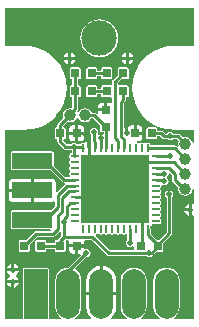
<source format=gtl>
G04 Layer_Physical_Order=1*
G04 Layer_Color=12566272*
%FSLAX25Y25*%
%MOIN*%
G70*
G01*
G75*
%ADD10O,0.07874X0.16535*%
%ADD11R,0.07874X0.16535*%
%ADD12C,0.03937*%
%ADD13R,0.13386X0.05512*%
%ADD14R,0.02756X0.03150*%
%ADD15R,0.03150X0.02756*%
%ADD16R,0.22835X0.22835*%
%ADD17O,0.00984X0.02756*%
%ADD18O,0.02756X0.00984*%
%ADD19R,0.02756X0.00984*%
%ADD20C,0.01000*%
%ADD21C,0.11811*%
%ADD22C,0.01968*%
G36*
X25094Y67696D02*
X25616Y66915D01*
X26397Y66393D01*
X27319Y66210D01*
X28241Y66393D01*
X29022Y66915D01*
X29483Y67606D01*
X29898Y67636D01*
X30036Y67612D01*
X32318Y65330D01*
Y63484D01*
X32443Y63183D01*
X32744Y63058D01*
X33597D01*
Y62450D01*
X33097Y62182D01*
X33077Y62196D01*
X32539Y62303D01*
X32002Y62196D01*
X31928Y62147D01*
X31568Y62507D01*
X31617Y62581D01*
X31724Y63118D01*
X31617Y63656D01*
X31312Y64112D01*
X30856Y64416D01*
X30319Y64523D01*
X29781Y64416D01*
X29326Y64112D01*
X29021Y63656D01*
X28914Y63118D01*
X29021Y62581D01*
X29326Y62125D01*
X29408Y62070D01*
Y60501D01*
X29391Y60470D01*
X29102Y60267D01*
Y57784D01*
X28102D01*
Y60091D01*
X28020Y60075D01*
X27527Y59745D01*
X27246Y59325D01*
X26980Y59504D01*
X26634Y59572D01*
X26288Y59504D01*
X25995Y59308D01*
X25809Y59029D01*
X24867D01*
X24812Y59112D01*
X24356Y59416D01*
X23819Y59523D01*
X23281Y59416D01*
X22826Y59112D01*
X22771Y59029D01*
X21196D01*
X20109Y60117D01*
X20298Y60617D01*
X20441D01*
X20742Y60742D01*
X20867Y61043D01*
Y64193D01*
X20742Y64494D01*
X20441Y64619D01*
X20298D01*
X20109Y65119D01*
X21388Y66399D01*
X21397Y66393D01*
X22319Y66210D01*
X23241Y66393D01*
X24022Y66915D01*
X24544Y67696D01*
X24564Y67797D01*
X25074D01*
X25094Y67696D01*
D02*
G37*
G36*
X63699Y91667D02*
X57779D01*
X57552Y91748D01*
X55167Y91629D01*
X55113Y91603D01*
X55054Y91613D01*
X52728Y91071D01*
X52680Y91036D01*
X52620Y91035D01*
X50428Y90088D01*
X50386Y90046D01*
X50327Y90034D01*
X48338Y88712D01*
X48305Y88662D01*
X48249Y88641D01*
X46528Y86986D01*
X46504Y86931D01*
X46453Y86900D01*
X45053Y84965D01*
X45039Y84907D01*
X44995Y84866D01*
X43962Y82714D01*
X43958Y82654D01*
X43922Y82607D01*
X43288Y80304D01*
X43296Y80244D01*
X43268Y80191D01*
X43055Y77813D01*
X43073Y77756D01*
X43055Y77699D01*
X43268Y75320D01*
X43296Y75267D01*
X43288Y75208D01*
X43922Y72905D01*
X43958Y72858D01*
X43962Y72798D01*
X44995Y70645D01*
X45039Y70605D01*
X45053Y70547D01*
X46453Y68612D01*
X46504Y68581D01*
X46528Y68526D01*
X48249Y66871D01*
X48305Y66849D01*
X48338Y66800D01*
X50327Y65478D01*
X50386Y65466D01*
X50428Y65423D01*
X52620Y64476D01*
X52680Y64476D01*
X52728Y64441D01*
X55054Y63899D01*
X55113Y63909D01*
X55167Y63883D01*
X57552Y63764D01*
X57569Y63770D01*
X57584Y63763D01*
X63699D01*
Y59308D01*
X63199Y59259D01*
X63044Y60040D01*
X62522Y60821D01*
X61741Y61343D01*
X60819Y61527D01*
X59897Y61343D01*
X59888Y61337D01*
X58963Y62262D01*
X58668Y62460D01*
X58319Y62529D01*
X56867D01*
X56812Y62612D01*
X56357Y62916D01*
X55819Y63023D01*
X55281Y62916D01*
X54826Y62612D01*
X54770Y62529D01*
X54196D01*
X53463Y63262D01*
X53168Y63460D01*
X52819Y63529D01*
X51379D01*
Y64193D01*
X51254Y64494D01*
X50953Y64619D01*
X48197D01*
X47896Y64494D01*
X47771Y64193D01*
Y61043D01*
X47896Y60742D01*
X48197Y60617D01*
X50953D01*
X51254Y60742D01*
X51379Y61043D01*
Y61707D01*
X52442D01*
X53175Y60974D01*
X53470Y60776D01*
X53819Y60707D01*
X54770D01*
X54826Y60625D01*
X55281Y60320D01*
X55819Y60213D01*
X56357Y60320D01*
X56812Y60625D01*
X56867Y60707D01*
X57942D01*
X58600Y60049D01*
X58594Y60040D01*
X58410Y59118D01*
X58558Y58374D01*
X58097Y58128D01*
X57932Y58294D01*
X57636Y58491D01*
X57287Y58561D01*
X49191D01*
Y58669D01*
X49122Y59015D01*
X48926Y59308D01*
X48633Y59504D01*
X48287Y59572D01*
X47942Y59504D01*
X47649Y59308D01*
X47585Y59212D01*
X47021D01*
X46957Y59308D01*
X46665Y59504D01*
X46319Y59572D01*
X45973Y59504D01*
X45680Y59308D01*
X45616Y59212D01*
X45053D01*
X44989Y59308D01*
X44696Y59504D01*
X44595Y59524D01*
X44645Y60024D01*
X45441D01*
X45831Y60101D01*
X46162Y60322D01*
X46383Y60653D01*
X46461Y61043D01*
Y62118D01*
X44063D01*
Y62618D01*
X43563D01*
Y65213D01*
X42685D01*
X42295Y65135D01*
X41964Y64914D01*
X41819Y64697D01*
Y62618D01*
X40819D01*
Y64542D01*
X40730Y64524D01*
X40230Y64833D01*
Y72729D01*
X40719Y73218D01*
X40917Y73514D01*
X40986Y73862D01*
Y74617D01*
X41453D01*
X41754Y74742D01*
X41879Y75043D01*
Y78193D01*
X41754Y78494D01*
X41453Y78619D01*
X38697D01*
X38230Y78967D01*
Y79485D01*
X39362Y80617D01*
X41453D01*
X41754Y80742D01*
X41879Y81043D01*
Y84193D01*
X41754Y84494D01*
X41453Y84619D01*
X38697D01*
X38396Y84494D01*
X38271Y84193D01*
Y82103D01*
X36675Y80506D01*
X36477Y80211D01*
X36408Y79862D01*
Y78967D01*
X35941Y78619D01*
X35908Y78619D01*
X33185D01*
X32884Y78494D01*
X32759Y78193D01*
Y77529D01*
X31379D01*
Y78193D01*
X31254Y78494D01*
X30953Y78619D01*
X28197D01*
X27896Y78494D01*
X27771Y78193D01*
Y75043D01*
X27896Y74742D01*
X28197Y74617D01*
X30953D01*
X31254Y74742D01*
X31379Y75043D01*
Y75707D01*
X32759D01*
Y75043D01*
X32884Y74742D01*
X33185Y74617D01*
X35908D01*
X35941Y74617D01*
X36408Y74269D01*
Y73167D01*
X35908Y72769D01*
X35894Y72772D01*
X34819D01*
Y70374D01*
X34319D01*
Y69874D01*
X31725D01*
Y69208D01*
X31225Y69001D01*
X30963Y69262D01*
X30668Y69460D01*
X30319Y69529D01*
X29546D01*
X29544Y69540D01*
X29022Y70321D01*
X28241Y70843D01*
X27319Y71027D01*
X26397Y70843D01*
X25616Y70321D01*
X25270Y69804D01*
X24706Y69860D01*
X24673Y69940D01*
X24707Y69974D01*
X24905Y70269D01*
X24974Y70618D01*
Y74617D01*
X25441D01*
X25742Y74742D01*
X25867Y75043D01*
Y78193D01*
X25742Y78494D01*
X25441Y78619D01*
X24974D01*
Y80617D01*
X25441D01*
X25742Y80742D01*
X25867Y81043D01*
Y84193D01*
X25742Y84494D01*
X25441Y84619D01*
X22685D01*
X22384Y84494D01*
X22259Y84193D01*
Y81043D01*
X22384Y80742D01*
X22685Y80617D01*
X23152D01*
Y78619D01*
X22685D01*
X22384Y78494D01*
X22259Y78193D01*
Y75043D01*
X22384Y74742D01*
X22685Y74617D01*
X23152D01*
Y71364D01*
X22668Y70957D01*
X22319Y71027D01*
X21397Y70843D01*
X20616Y70321D01*
X20094Y69540D01*
X19910Y68618D01*
X20094Y67696D01*
X20100Y67687D01*
X18419Y66006D01*
X18221Y65711D01*
X18152Y65362D01*
Y64619D01*
X17685D01*
X17384Y64494D01*
X17259Y64193D01*
Y61043D01*
X17384Y60742D01*
X17685Y60617D01*
X18152D01*
Y59874D01*
X18221Y59525D01*
X18419Y59230D01*
X20175Y57474D01*
X20470Y57276D01*
X20819Y57207D01*
X22771D01*
X22826Y57125D01*
X22908Y57070D01*
Y55946D01*
X22500D01*
X22199Y55821D01*
X22074Y55520D01*
Y54535D01*
X22199Y54234D01*
X22234Y54219D01*
X22331Y53795D01*
X22320Y53647D01*
X22158Y53405D01*
X22089Y53059D01*
X22158Y52713D01*
X22354Y52420D01*
X22449Y52357D01*
Y51793D01*
X22354Y51729D01*
X22158Y51436D01*
X22089Y51091D01*
X22158Y50745D01*
X22354Y50452D01*
X22449Y50388D01*
Y49824D01*
X22354Y49761D01*
X22158Y49468D01*
X22089Y49122D01*
X22158Y48776D01*
X22299Y48565D01*
X22207Y48259D01*
X22080Y48065D01*
X20661D01*
X16938Y51788D01*
Y56217D01*
X16813Y56518D01*
X16512Y56643D01*
X3126D01*
X2825Y56518D01*
X2700Y56217D01*
Y50705D01*
X2825Y50403D01*
X3126Y50279D01*
X15870D01*
X19639Y46509D01*
X19935Y46312D01*
X20283Y46242D01*
X20462D01*
X20571Y46081D01*
X20654Y45742D01*
X18031Y43119D01*
X17531Y43326D01*
Y46374D01*
X17454Y46764D01*
X17233Y47095D01*
X16902Y47316D01*
X16512Y47394D01*
X10319D01*
Y43618D01*
Y39843D01*
X16512D01*
X16902Y39920D01*
X16908Y39924D01*
X17408Y39657D01*
Y38495D01*
X15870Y36958D01*
X3126D01*
X2825Y36833D01*
X2700Y36531D01*
Y31020D01*
X2825Y30718D01*
X3126Y30593D01*
X15767D01*
X16034Y30094D01*
X15991Y30029D01*
X11063D01*
X10714Y29960D01*
X10419Y29762D01*
X7775Y27119D01*
X5685D01*
X5384Y26994D01*
X5259Y26693D01*
Y23543D01*
X5384Y23242D01*
X5685Y23117D01*
X8441D01*
X8742Y23242D01*
X8867Y23543D01*
Y25634D01*
X11440Y28207D01*
X16819D01*
X17168Y28276D01*
X17463Y28474D01*
X18908Y29918D01*
X19136Y29882D01*
X19408Y29739D01*
Y28495D01*
X18419Y27507D01*
X18221Y27211D01*
X18203Y27119D01*
X17685D01*
X17384Y26994D01*
X17259Y26693D01*
Y26029D01*
X14379D01*
Y26693D01*
X14254Y26994D01*
X13953Y27119D01*
X11197D01*
X10896Y26994D01*
X10771Y26693D01*
Y23543D01*
X10896Y23242D01*
X11197Y23117D01*
X13953D01*
X14254Y23242D01*
X14379Y23543D01*
Y24207D01*
X17259D01*
Y23543D01*
X17384Y23242D01*
X17685Y23117D01*
X20441D01*
X20742Y23242D01*
X20867Y23543D01*
Y26693D01*
X20861Y26707D01*
X21183Y27207D01*
X21782D01*
X22180Y26707D01*
X22177Y26693D01*
Y25618D01*
X26972D01*
Y26693D01*
X26970Y26707D01*
X27368Y27207D01*
X29441D01*
X34643Y22005D01*
X34939Y21808D01*
X35287Y21738D01*
X47771D01*
X47826Y21656D01*
X48281Y21352D01*
X48819Y21245D01*
X49356Y21352D01*
X49812Y21656D01*
X49941Y21848D01*
X50176Y22005D01*
X51288Y23117D01*
X52953D01*
X53254Y23242D01*
X53379Y23543D01*
Y25890D01*
X56085Y28596D01*
X56283Y28892D01*
X56352Y29240D01*
Y41192D01*
X56434Y41247D01*
X56739Y41702D01*
X56846Y42240D01*
X56739Y42778D01*
X56434Y43234D01*
X55979Y43538D01*
X55441Y43645D01*
X54903Y43538D01*
X54448Y43234D01*
X54143Y42778D01*
X54036Y42240D01*
X54143Y41702D01*
X54448Y41247D01*
X54530Y41192D01*
Y29618D01*
X52031Y27119D01*
X51107D01*
X49230Y28995D01*
Y30587D01*
X49191Y30785D01*
Y31504D01*
X49129Y31814D01*
X49268Y31841D01*
X49599Y32063D01*
X49820Y32393D01*
X49848Y32533D01*
X50157Y32471D01*
X51929D01*
X52275Y32540D01*
X52568Y32735D01*
X52764Y33028D01*
X52832Y33374D01*
X52764Y33720D01*
X52568Y34013D01*
X52472Y34076D01*
Y34640D01*
X52568Y34704D01*
X52764Y34997D01*
X52832Y35342D01*
X52764Y35688D01*
X52568Y35981D01*
X52472Y36045D01*
Y36609D01*
X52568Y36672D01*
X52764Y36965D01*
X52832Y37311D01*
X52764Y37657D01*
X52568Y37950D01*
X52472Y38013D01*
Y38577D01*
X52568Y38641D01*
X52764Y38934D01*
X52832Y39279D01*
X52764Y39625D01*
X52568Y39918D01*
X52472Y39982D01*
Y40546D01*
X52568Y40609D01*
X52764Y40902D01*
X52832Y41248D01*
X52764Y41594D01*
X52568Y41887D01*
X52472Y41950D01*
Y42514D01*
X52568Y42578D01*
X52764Y42871D01*
X52832Y43216D01*
X52764Y43562D01*
X52568Y43855D01*
X52472Y43919D01*
Y44483D01*
X52568Y44546D01*
X52764Y44839D01*
X52803Y45038D01*
X53258Y45313D01*
X53281Y45320D01*
X53819Y45213D01*
X54357Y45320D01*
X54812Y45625D01*
X55117Y46080D01*
X55224Y46618D01*
X55117Y47156D01*
X54812Y47612D01*
X54803Y47618D01*
Y48118D01*
X54812Y48125D01*
X55117Y48581D01*
X55224Y49118D01*
X55199Y49242D01*
X55660Y49488D01*
X56408Y48741D01*
Y47118D01*
X56477Y46769D01*
X56675Y46474D01*
X58513Y44635D01*
X58410Y44118D01*
X58594Y43196D01*
X59116Y42415D01*
X59897Y41893D01*
X60819Y41710D01*
X61741Y41893D01*
X62522Y42415D01*
X63044Y43196D01*
X63199Y43977D01*
X63699Y43928D01*
Y39140D01*
X63258Y38905D01*
X63176Y38960D01*
X62902Y39014D01*
Y37091D01*
Y35167D01*
X63176Y35221D01*
X63258Y35277D01*
X63699Y35041D01*
Y639D01*
X57039D01*
X56869Y1139D01*
X57624Y1718D01*
X58318Y2623D01*
X58755Y3677D01*
X58903Y4807D01*
Y13468D01*
X58755Y14599D01*
X58318Y15653D01*
X57624Y16557D01*
X56719Y17251D01*
X55666Y17688D01*
X54535Y17837D01*
X53405Y17688D01*
X52351Y17251D01*
X51447Y16557D01*
X50753Y15653D01*
X50316Y14599D01*
X50167Y13468D01*
Y4807D01*
X50316Y3677D01*
X50753Y2623D01*
X51447Y1718D01*
X52201Y1139D01*
X52032Y639D01*
X46134D01*
X45964Y1139D01*
X46719Y1718D01*
X47413Y2623D01*
X47849Y3677D01*
X47998Y4807D01*
Y13468D01*
X47849Y14599D01*
X47413Y15653D01*
X46719Y16557D01*
X45814Y17251D01*
X44761Y17688D01*
X43630Y17837D01*
X42499Y17688D01*
X41446Y17251D01*
X40541Y16557D01*
X39847Y15653D01*
X39411Y14599D01*
X39262Y13468D01*
Y4807D01*
X39411Y3677D01*
X39847Y2623D01*
X40541Y1718D01*
X41296Y1139D01*
X41126Y639D01*
X36180D01*
X36020Y1113D01*
X36246Y1286D01*
X37037Y2317D01*
X37534Y3518D01*
X37704Y4807D01*
Y8638D01*
X27745D01*
Y4807D01*
X27915Y3518D01*
X28412Y2317D01*
X29203Y1286D01*
X29429Y1113D01*
X29268Y639D01*
X24322D01*
X24153Y1139D01*
X24908Y1718D01*
X25602Y2623D01*
X26038Y3677D01*
X26187Y4807D01*
Y13468D01*
X26038Y14599D01*
X25602Y15653D01*
X24908Y16557D01*
X24255Y17058D01*
X24173Y17684D01*
X27722Y21233D01*
X27819Y21213D01*
X28357Y21320D01*
X28812Y21625D01*
X29117Y22081D01*
X29224Y22618D01*
X29117Y23156D01*
X28812Y23612D01*
X28357Y23916D01*
X27819Y24023D01*
X27472Y23954D01*
X26972Y24265D01*
Y24618D01*
X25075D01*
Y22524D01*
X25729D01*
X25936Y22024D01*
X21738Y17826D01*
X20688Y17688D01*
X19635Y17251D01*
X18730Y16557D01*
X18036Y15653D01*
X17600Y14599D01*
X17451Y13468D01*
Y4807D01*
X17600Y3677D01*
X18036Y2623D01*
X18730Y1718D01*
X19485Y1139D01*
X19315Y639D01*
X15431D01*
X15277Y870D01*
Y17405D01*
X15152Y17707D01*
X14850Y17832D01*
X6976D01*
X6675Y17707D01*
X6550Y17405D01*
Y870D01*
X6396Y639D01*
X608D01*
Y63763D01*
X6723D01*
X6739Y63770D01*
X6755Y63764D01*
X9140Y63883D01*
X9194Y63909D01*
X9253Y63899D01*
X11579Y64441D01*
X11627Y64476D01*
X11687Y64476D01*
X13880Y65423D01*
X13921Y65466D01*
X13980Y65478D01*
X15969Y66800D01*
X16002Y66849D01*
X16058Y66871D01*
X17779Y68526D01*
X17804Y68581D01*
X17854Y68612D01*
X19254Y70547D01*
X19268Y70605D01*
X19312Y70645D01*
X20346Y72798D01*
X20349Y72858D01*
X20385Y72905D01*
X21019Y75208D01*
X21011Y75267D01*
X21039Y75320D01*
X21252Y77699D01*
X21235Y77756D01*
X21252Y77813D01*
X21039Y80191D01*
X21011Y80244D01*
X21019Y80304D01*
X20385Y82607D01*
X20349Y82654D01*
X20346Y82714D01*
X19312Y84866D01*
X19268Y84907D01*
X19254Y84965D01*
X17854Y86900D01*
X17804Y86931D01*
X17779Y86986D01*
X16058Y88641D01*
X16002Y88662D01*
X15969Y88712D01*
X13980Y90034D01*
X13921Y90046D01*
X13880Y90088D01*
X11687Y91035D01*
X11627Y91036D01*
X11579Y91071D01*
X9093Y91650D01*
X9018Y91638D01*
X8948Y91667D01*
X608D01*
Y104479D01*
X63699D01*
Y91667D01*
D02*
G37*
G36*
X35838Y29094D02*
X36131Y28898D01*
X36476Y28829D01*
X36822Y28898D01*
X37115Y29094D01*
X37179Y29189D01*
X37742D01*
X37806Y29094D01*
X38099Y28898D01*
X38445Y28829D01*
X38791Y28898D01*
X39083Y29094D01*
X39147Y29189D01*
X39711D01*
X39775Y29094D01*
X40068Y28898D01*
X40413Y28829D01*
X40759Y28898D01*
X40971Y29039D01*
X41276Y28947D01*
X41471Y28820D01*
Y27209D01*
X41326Y27112D01*
X41021Y26656D01*
X40914Y26118D01*
X41021Y25580D01*
X41326Y25125D01*
X41781Y24820D01*
X42319Y24713D01*
X42856Y24820D01*
X43165Y25027D01*
X43632Y24835D01*
X43665Y24805D01*
Y23561D01*
X35665D01*
X30851Y28375D01*
X30880Y28608D01*
X30988Y28945D01*
X31209Y29094D01*
X31273Y29189D01*
X31837D01*
X31901Y29094D01*
X32194Y28898D01*
X32539Y28829D01*
X32885Y28898D01*
X33178Y29094D01*
X33242Y29189D01*
X33806D01*
X33869Y29094D01*
X34162Y28898D01*
X34508Y28829D01*
X34854Y28898D01*
X35146Y29094D01*
X35210Y29189D01*
X35774D01*
X35838Y29094D01*
D02*
G37*
%LPC*%
G36*
X24075Y62118D02*
X22177D01*
Y61043D01*
X22255Y60653D01*
X22476Y60322D01*
X22807Y60101D01*
X23197Y60024D01*
X24075D01*
Y62118D01*
D02*
G37*
G36*
X26972D02*
X25075D01*
Y60024D01*
X25953D01*
X26343Y60101D01*
X26674Y60322D01*
X26895Y60653D01*
X26972Y61043D01*
Y62118D01*
D02*
G37*
G36*
X25953Y65213D02*
X25075D01*
Y63118D01*
X26972D01*
Y64193D01*
X26895Y64583D01*
X26674Y64914D01*
X26343Y65135D01*
X25953Y65213D01*
D02*
G37*
G36*
X24075D02*
X23197D01*
X22807Y65135D01*
X22476Y64914D01*
X22255Y64583D01*
X22177Y64193D01*
Y63118D01*
X24075D01*
Y65213D01*
D02*
G37*
G36*
X61902Y39014D02*
X61627Y38960D01*
X60971Y38521D01*
X60532Y37865D01*
X60478Y37591D01*
X61902D01*
Y39014D01*
D02*
G37*
G36*
Y36591D02*
X60478D01*
X60532Y36316D01*
X60971Y35660D01*
X61627Y35221D01*
X61902Y35167D01*
Y36591D01*
D02*
G37*
G36*
X9319Y47394D02*
X3126D01*
X2736Y47316D01*
X2405Y47095D01*
X2184Y46764D01*
X2106Y46374D01*
Y44118D01*
X9319D01*
Y47394D01*
D02*
G37*
G36*
Y43118D02*
X2106D01*
Y40862D01*
X2184Y40472D01*
X2405Y40141D01*
X2736Y39920D01*
X3126Y39843D01*
X9319D01*
Y43118D01*
D02*
G37*
G36*
X24075Y24618D02*
X22177D01*
Y23543D01*
X22255Y23153D01*
X22476Y22822D01*
X22807Y22601D01*
X23197Y22524D01*
X24075D01*
Y24618D01*
D02*
G37*
G36*
X2819Y12618D02*
X1395D01*
X1450Y12344D01*
X1888Y11688D01*
X2545Y11249D01*
X2819Y11195D01*
Y12618D01*
D02*
G37*
G36*
X33224Y18382D02*
Y9638D01*
X37704D01*
Y13468D01*
X37534Y14757D01*
X37037Y15958D01*
X36246Y16990D01*
X35214Y17781D01*
X34013Y18278D01*
X33224Y18382D01*
D02*
G37*
G36*
X32224D02*
X31436Y18278D01*
X30235Y17781D01*
X29203Y16990D01*
X28412Y15958D01*
X27915Y14757D01*
X27745Y13468D01*
Y9638D01*
X32224D01*
Y18382D01*
D02*
G37*
G36*
X5243Y12618D02*
X3819D01*
Y11195D01*
X4093Y11249D01*
X4750Y11688D01*
X5188Y12344D01*
X5243Y12618D01*
D02*
G37*
G36*
X3819Y19042D02*
Y17618D01*
X5243D01*
X5188Y17892D01*
X4750Y18549D01*
X4093Y18987D01*
X3819Y19042D01*
D02*
G37*
G36*
X2819D02*
X2545Y18987D01*
X1888Y18549D01*
X1450Y17892D01*
X1395Y17618D01*
X2819D01*
Y19042D01*
D02*
G37*
G36*
X5243Y16618D02*
X1395D01*
X1450Y16344D01*
X1888Y15687D01*
X2303Y15410D01*
Y14826D01*
X1888Y14549D01*
X1450Y13892D01*
X1395Y13618D01*
X5243D01*
X5188Y13892D01*
X4750Y14549D01*
X4334Y14826D01*
Y15410D01*
X4750Y15687D01*
X5188Y16344D01*
X5243Y16618D01*
D02*
G37*
G36*
X21744Y89408D02*
X21470Y89353D01*
X20813Y88915D01*
X20375Y88258D01*
X20320Y87984D01*
X21744D01*
Y89408D01*
D02*
G37*
G36*
X43459Y86984D02*
X42035D01*
Y85561D01*
X42310Y85615D01*
X42966Y86054D01*
X43405Y86710D01*
X43459Y86984D01*
D02*
G37*
G36*
X41035D02*
X39612D01*
X39666Y86710D01*
X40105Y86054D01*
X40761Y85615D01*
X41035Y85561D01*
Y86984D01*
D02*
G37*
G36*
X22744Y89408D02*
Y87984D01*
X24168D01*
X24113Y88258D01*
X23675Y88915D01*
X23018Y89353D01*
X22744Y89408D01*
D02*
G37*
G36*
X32154Y100652D02*
X32133Y100643D01*
X32112Y100649D01*
X30954Y100536D01*
X30916Y100515D01*
X30872Y100519D01*
X29759Y100181D01*
X29725Y100154D01*
X29682Y100150D01*
X28656Y99601D01*
X28628Y99567D01*
X28586Y99555D01*
X27687Y98817D01*
X27667Y98778D01*
X27628Y98758D01*
X26890Y97859D01*
X26877Y97817D01*
X26844Y97789D01*
X26295Y96763D01*
X26291Y96720D01*
X26263Y96686D01*
X25926Y95573D01*
X25930Y95529D01*
X25909Y95491D01*
X25795Y94333D01*
X25808Y94291D01*
X25795Y94250D01*
X25909Y93092D01*
X25930Y93053D01*
X25926Y93010D01*
X26263Y91897D01*
X26291Y91863D01*
X26295Y91820D01*
X26844Y90794D01*
X26877Y90766D01*
X26890Y90724D01*
X27628Y89825D01*
X27667Y89804D01*
X27687Y89766D01*
X28586Y89028D01*
X28628Y89015D01*
X28656Y88981D01*
X29682Y88433D01*
X29725Y88429D01*
X29759Y88401D01*
X30872Y88064D01*
X30916Y88068D01*
X30954Y88047D01*
X32112Y87933D01*
X32133Y87940D01*
X32154Y87931D01*
X32174Y87940D01*
X32195Y87933D01*
X33353Y88047D01*
X33391Y88068D01*
X33435Y88064D01*
X34548Y88401D01*
X34582Y88429D01*
X34625Y88433D01*
X35651Y88981D01*
X35679Y89015D01*
X35721Y89028D01*
X36620Y89766D01*
X36641Y89804D01*
X36679Y89825D01*
X37417Y90724D01*
X37430Y90766D01*
X37463Y90794D01*
X38012Y91820D01*
X38016Y91863D01*
X38044Y91897D01*
X38381Y93010D01*
X38377Y93053D01*
X38398Y93092D01*
X38512Y94250D01*
X38499Y94291D01*
X38512Y94333D01*
X38398Y95491D01*
X38377Y95529D01*
X38381Y95573D01*
X38044Y96686D01*
X38016Y96720D01*
X38012Y96763D01*
X37463Y97789D01*
X37430Y97817D01*
X37417Y97859D01*
X36679Y98758D01*
X36641Y98778D01*
X36620Y98817D01*
X35721Y99555D01*
X35679Y99567D01*
X35651Y99601D01*
X34625Y100150D01*
X34582Y100154D01*
X34548Y100181D01*
X33435Y100519D01*
X33391Y100515D01*
X33353Y100536D01*
X32195Y100649D01*
X32174Y100643D01*
X32154Y100652D01*
D02*
G37*
G36*
X42035Y89408D02*
Y87984D01*
X43459D01*
X43405Y88258D01*
X42966Y88915D01*
X42310Y89353D01*
X42035Y89408D01*
D02*
G37*
G36*
X41035D02*
X40761Y89353D01*
X40105Y88915D01*
X39666Y88258D01*
X39612Y87984D01*
X41035D01*
Y89408D01*
D02*
G37*
G36*
X45441Y65213D02*
X44563D01*
Y63118D01*
X46461D01*
Y64193D01*
X46383Y64583D01*
X46162Y64914D01*
X45831Y65135D01*
X45441Y65213D01*
D02*
G37*
G36*
X33819Y72772D02*
X32744D01*
X32354Y72694D01*
X32023Y72473D01*
X31802Y72142D01*
X31725Y71752D01*
Y70874D01*
X33819D01*
Y72772D01*
D02*
G37*
G36*
X24168Y86984D02*
X22744D01*
Y85561D01*
X23018Y85615D01*
X23675Y86054D01*
X24113Y86710D01*
X24168Y86984D01*
D02*
G37*
G36*
X21744D02*
X20320D01*
X20375Y86710D01*
X20813Y86054D01*
X21470Y85615D01*
X21744Y85561D01*
Y86984D01*
D02*
G37*
G36*
X35941Y84619D02*
X33185D01*
X32884Y84494D01*
X32759Y84193D01*
Y83529D01*
X31379D01*
Y84193D01*
X31254Y84494D01*
X30953Y84619D01*
X28197D01*
X27896Y84494D01*
X27771Y84193D01*
Y81043D01*
X27896Y80742D01*
X28197Y80617D01*
X30953D01*
X31254Y80742D01*
X31379Y81043D01*
Y81707D01*
X32759D01*
Y81043D01*
X32884Y80742D01*
X33185Y80617D01*
X35941D01*
X36242Y80742D01*
X36367Y81043D01*
Y84193D01*
X36242Y84494D01*
X35941Y84619D01*
D02*
G37*
%LPD*%
D10*
X54535Y9138D02*
D03*
X21819D02*
D03*
X32724D02*
D03*
X43630D02*
D03*
D11*
X10913D02*
D03*
D12*
X27319Y68618D02*
D03*
X22319D02*
D03*
X60819Y44118D02*
D03*
Y49118D02*
D03*
Y59118D02*
D03*
Y54118D02*
D03*
D13*
X9819Y33776D02*
D03*
Y43618D02*
D03*
Y53461D02*
D03*
D14*
X24063Y82618D02*
D03*
X29575D02*
D03*
X24063Y76618D02*
D03*
X29575D02*
D03*
X7063Y25118D02*
D03*
X12575D02*
D03*
X40075Y82618D02*
D03*
X34563D02*
D03*
X40075Y76618D02*
D03*
X34563D02*
D03*
X49575Y62618D02*
D03*
X44063D02*
D03*
X51575Y25118D02*
D03*
X46063D02*
D03*
X19063D02*
D03*
X24575D02*
D03*
X19063Y62618D02*
D03*
X24575D02*
D03*
D15*
X34319Y70374D02*
D03*
Y64862D02*
D03*
D16*
X37461Y44201D02*
D03*
D17*
X26634Y57784D02*
D03*
X28602D02*
D03*
X30571D02*
D03*
X32539D02*
D03*
X34508D02*
D03*
X36476D02*
D03*
X38445D02*
D03*
X40413D02*
D03*
X42382D02*
D03*
X44350D02*
D03*
X46319D02*
D03*
X48287D02*
D03*
Y30618D02*
D03*
X46319D02*
D03*
X44350D02*
D03*
X42382D02*
D03*
X40413D02*
D03*
X38445D02*
D03*
X36476D02*
D03*
X34508D02*
D03*
X32539D02*
D03*
X30571D02*
D03*
X28602D02*
D03*
X26634D02*
D03*
D18*
X51043Y55028D02*
D03*
Y53059D02*
D03*
Y51091D02*
D03*
Y49122D02*
D03*
Y47153D02*
D03*
Y45185D02*
D03*
Y43216D02*
D03*
Y41248D02*
D03*
Y39279D02*
D03*
Y37311D02*
D03*
Y35342D02*
D03*
Y33374D02*
D03*
X23878D02*
D03*
Y35342D02*
D03*
Y37311D02*
D03*
Y39279D02*
D03*
Y41248D02*
D03*
Y43216D02*
D03*
Y45185D02*
D03*
Y47153D02*
D03*
Y49122D02*
D03*
Y51091D02*
D03*
Y53059D02*
D03*
D19*
Y55028D02*
D03*
D20*
X11319Y33776D02*
X13976D01*
X11319Y53461D02*
X13976D01*
X20283Y47153D01*
X23878D01*
X21917Y43216D02*
X23878D01*
X21386Y45185D02*
X23878D01*
X22480Y39279D02*
X23878D01*
X20319Y34118D02*
X21319Y35118D01*
Y38118D01*
X22480Y39279D01*
X19819Y41118D02*
X21917Y43216D01*
X18319Y42118D02*
X21386Y45185D01*
X30571Y57784D02*
Y59866D01*
X30319Y60118D02*
X30571Y59866D01*
X30319Y60118D02*
Y63118D01*
X32539Y57784D02*
Y60898D01*
X23819Y55087D02*
Y58118D01*
Y55087D02*
X23878Y55028D01*
X23819Y58118D02*
X26299D01*
X26634Y57784D01*
X51043Y49122D02*
X53815D01*
X53819Y49118D01*
X51043Y47153D02*
X53284D01*
X53819Y46618D01*
X46319Y26374D02*
Y30618D01*
X46063Y26118D02*
X46319Y26374D01*
X48287Y30618D02*
X48319Y30587D01*
X24063Y76618D02*
Y82618D01*
X19063Y59874D02*
Y62618D01*
Y59874D02*
X20819Y58118D01*
X23819D01*
X48287Y57784D02*
X48421Y57650D01*
X51043Y51091D02*
X55347D01*
X37319Y79862D02*
X40075Y82618D01*
Y73862D02*
Y76618D01*
X29575Y82618D02*
X34563D01*
X29575Y76618D02*
X34563D01*
X24575Y62618D02*
X26819D01*
X28602Y60835D01*
Y57784D02*
Y60835D01*
X23878Y41248D02*
X34508D01*
X37461Y44201D01*
X28602Y53059D02*
Y57784D01*
Y53059D02*
X37461Y44201D01*
X46319Y30618D02*
Y35342D01*
X37461Y44201D02*
X46319Y35342D01*
X46319Y53059D02*
X51043D01*
X32724Y11118D02*
Y22213D01*
X16819Y29118D02*
X18319Y30618D01*
X20319Y33118D02*
Y34118D01*
X13976Y33776D02*
X18319Y38118D01*
Y42118D01*
Y30618D02*
Y35118D01*
X19819Y36618D01*
Y41118D01*
X34508Y57784D02*
Y64551D01*
X37319Y61118D02*
Y79862D01*
Y61118D02*
X38445Y59992D01*
Y57784D02*
Y59992D01*
X40413Y57784D02*
Y60524D01*
X34386Y64551D02*
X34508D01*
X27319Y68618D02*
X30319D01*
X34386Y64551D01*
X19063Y65362D02*
X22319Y68618D01*
X19063Y62618D02*
Y65362D01*
X22319Y68618D02*
Y68874D01*
X24063Y70618D01*
Y76618D01*
X42382Y26181D02*
Y30618D01*
X42319Y26118D02*
X42382Y26181D01*
X60319Y44118D02*
X60819D01*
X57319Y47118D02*
X60319Y44118D01*
X57319Y47118D02*
Y49118D01*
X55347Y51091D02*
X57319Y49118D01*
X51043Y53059D02*
X56878D01*
X60819Y49118D01*
X48421Y57650D02*
X57287D01*
X60819Y54118D01*
X51043Y55028D02*
X55728D01*
X55819Y55118D01*
X49575Y62618D02*
X52819D01*
X53819Y61618D01*
X58319D02*
X60819Y59118D01*
X53819Y61618D02*
X55819D01*
X58319D01*
X11063Y29118D02*
X16819D01*
X7063Y25118D02*
X11063Y29118D01*
X12575Y26118D02*
X13575Y25118D01*
X18819D01*
X24575Y26118D02*
X25575Y25118D01*
X29819D01*
X32724Y22213D01*
X20319Y28118D02*
X29819D01*
X35287Y22650D01*
X20319Y28118D02*
Y33118D01*
X51575Y25118D02*
Y26118D01*
X19063Y26862D02*
X20319Y28118D01*
X19063Y25118D02*
Y25362D01*
Y26862D01*
X18819Y25118D02*
X19063Y25362D01*
X51575Y25118D02*
X51787Y24905D01*
X35287Y22650D02*
X48819D01*
X49531D01*
X48319Y28618D02*
Y30587D01*
Y28618D02*
X51569Y25368D01*
X55441Y29240D01*
Y42240D01*
X49531Y22650D02*
X51787Y24905D01*
X39319Y73106D02*
X40075Y73862D01*
X39319Y61618D02*
X40413Y60524D01*
X39319Y61618D02*
Y73106D01*
X40819Y62618D02*
X41319D01*
X37461Y44201D02*
X46319Y53059D01*
X21819Y11118D02*
Y16618D01*
X27819Y22618D01*
D21*
X32154Y94291D02*
D03*
D22*
X39567Y34118D02*
D03*
X41535Y87484D02*
D03*
X22244D02*
D03*
X30319Y63118D02*
D03*
X32539Y60898D02*
D03*
X23819Y58118D02*
D03*
X53819Y49118D02*
D03*
Y46618D02*
D03*
X33819Y34118D02*
D03*
X33004Y45803D02*
D03*
X20319Y33118D02*
D03*
X27319Y52118D02*
D03*
X42319Y26118D02*
D03*
X55441Y42240D02*
D03*
X55819Y55118D02*
D03*
Y61618D02*
D03*
X48819Y22650D02*
D03*
X41319Y62618D02*
D03*
X3319Y17118D02*
D03*
Y13118D02*
D03*
X43819Y52118D02*
D03*
X27819Y22618D02*
D03*
X62402Y37091D02*
D03*
M02*

</source>
